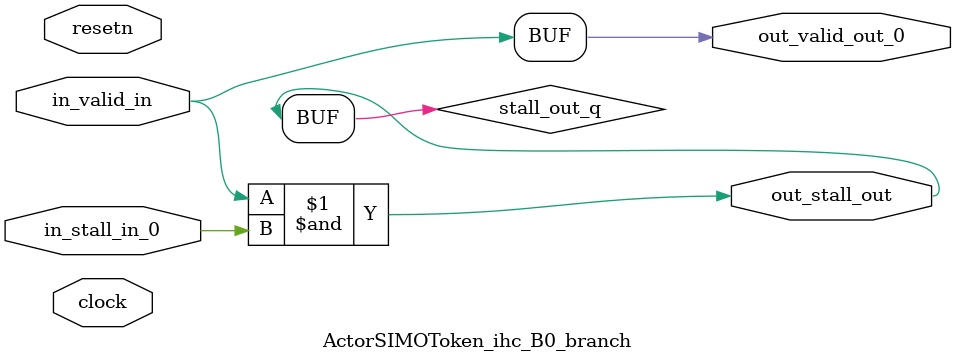
<source format=sv>



(* altera_attribute = "-name AUTO_SHIFT_REGISTER_RECOGNITION OFF; -name MESSAGE_DISABLE 10036; -name MESSAGE_DISABLE 10037; -name MESSAGE_DISABLE 14130; -name MESSAGE_DISABLE 14320; -name MESSAGE_DISABLE 15400; -name MESSAGE_DISABLE 14130; -name MESSAGE_DISABLE 10036; -name MESSAGE_DISABLE 12020; -name MESSAGE_DISABLE 12030; -name MESSAGE_DISABLE 12010; -name MESSAGE_DISABLE 12110; -name MESSAGE_DISABLE 14320; -name MESSAGE_DISABLE 13410; -name MESSAGE_DISABLE 113007; -name MESSAGE_DISABLE 10958" *)
module ActorSIMOToken_ihc_B0_branch (
    input wire [0:0] in_stall_in_0,
    input wire [0:0] in_valid_in,
    output wire [0:0] out_stall_out,
    output wire [0:0] out_valid_out_0,
    input wire clock,
    input wire resetn
    );

    wire [0:0] stall_out_q;


    // stall_out(LOGICAL,6)
    assign stall_out_q = in_valid_in & in_stall_in_0;

    // out_stall_out(GPOUT,4)
    assign out_stall_out = stall_out_q;

    // out_valid_out_0(GPOUT,5)
    assign out_valid_out_0 = in_valid_in;

endmodule

</source>
